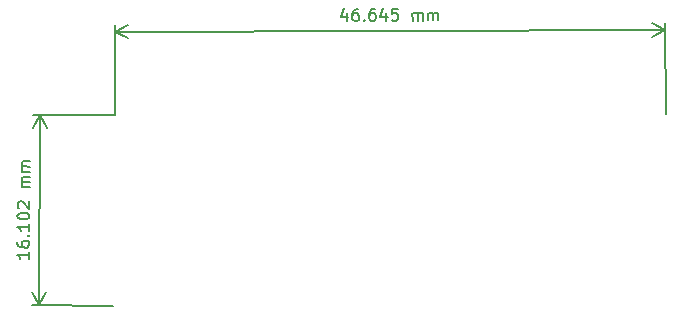
<source format=gbo>
%TF.GenerationSoftware,KiCad,Pcbnew,(5.1.8)-1*%
%TF.CreationDate,2021-01-30T22:15:32+07:00*%
%TF.ProjectId,TTL232,54544c32-3332-42e6-9b69-6361645f7063,rev?*%
%TF.SameCoordinates,Original*%
%TF.FileFunction,Legend,Bot*%
%TF.FilePolarity,Positive*%
%FSLAX46Y46*%
G04 Gerber Fmt 4.6, Leading zero omitted, Abs format (unit mm)*
G04 Created by KiCad (PCBNEW (5.1.8)-1) date 2021-01-30 22:15:32*
%MOMM*%
%LPD*%
G01*
G04 APERTURE LIST*
%ADD10C,0.150000*%
G04 APERTURE END LIST*
D10*
X114491372Y-67323851D02*
X114486385Y-67895258D01*
X114488879Y-67609554D02*
X113488917Y-67600828D01*
X113630937Y-67697309D01*
X113725341Y-67793374D01*
X113772127Y-67889024D01*
X113498890Y-66458014D02*
X113497228Y-66648483D01*
X113544014Y-66744133D01*
X113591216Y-66792166D01*
X113733236Y-66888647D01*
X113923290Y-66937926D01*
X114304227Y-66941251D01*
X114399878Y-66894465D01*
X114447910Y-66847263D01*
X114496359Y-66752444D01*
X114498021Y-66561975D01*
X114451235Y-66466325D01*
X114404033Y-66418292D01*
X114309214Y-66369844D01*
X114071128Y-66367766D01*
X113975478Y-66414552D01*
X113927445Y-66461754D01*
X113878997Y-66556573D01*
X113877335Y-66747042D01*
X113924121Y-66842692D01*
X113971322Y-66890725D01*
X114066141Y-66939173D01*
X114408188Y-65942120D02*
X114456221Y-65894918D01*
X114503423Y-65942951D01*
X114455390Y-65990153D01*
X114408188Y-65942120D01*
X114503423Y-65942951D01*
X114512149Y-64942989D02*
X114507163Y-65514396D01*
X114509656Y-65228692D02*
X113509694Y-65219966D01*
X113651715Y-65316447D01*
X113746118Y-65412513D01*
X113792904Y-65508163D01*
X113517590Y-64315238D02*
X113518421Y-64220004D01*
X113566869Y-64125185D01*
X113614902Y-64077983D01*
X113710552Y-64031197D01*
X113901436Y-63985242D01*
X114139523Y-63987320D01*
X114329576Y-64036599D01*
X114424395Y-64085048D01*
X114471597Y-64133081D01*
X114518383Y-64228731D01*
X114517552Y-64323965D01*
X114469103Y-64418784D01*
X114421071Y-64465986D01*
X114325421Y-64512772D01*
X114134536Y-64558727D01*
X113896450Y-64556649D01*
X113706396Y-64507370D01*
X113611578Y-64458921D01*
X113564376Y-64410889D01*
X113517590Y-64315238D01*
X113619057Y-63601811D02*
X113571856Y-63553778D01*
X113525070Y-63458128D01*
X113527147Y-63220042D01*
X113575596Y-63125223D01*
X113623628Y-63078021D01*
X113719278Y-63031235D01*
X113814513Y-63032066D01*
X113956949Y-63080930D01*
X114523369Y-63657324D01*
X114528771Y-63038300D01*
X114539160Y-61847869D02*
X113872519Y-61842051D01*
X113967753Y-61842882D02*
X113920552Y-61794849D01*
X113873766Y-61699199D01*
X113875012Y-61556348D01*
X113923461Y-61461529D01*
X114019111Y-61414743D01*
X114542900Y-61419314D01*
X114019111Y-61414743D02*
X113924292Y-61366294D01*
X113877506Y-61270644D01*
X113878752Y-61127793D01*
X113927200Y-61032974D01*
X114022851Y-60986188D01*
X114546640Y-60990759D01*
X114550796Y-60514586D02*
X113884154Y-60508769D01*
X113979389Y-60509600D02*
X113932187Y-60461567D01*
X113885401Y-60365917D01*
X113886648Y-60223065D01*
X113935096Y-60128246D01*
X114030746Y-60081460D01*
X114554536Y-60086031D01*
X114030746Y-60081460D02*
X113935927Y-60033012D01*
X113889141Y-59937362D01*
X113890388Y-59794510D01*
X113938836Y-59699691D01*
X114034486Y-59652905D01*
X114558275Y-59657476D01*
X115436171Y-55708745D02*
X115304091Y-71809805D01*
X121759980Y-55760620D02*
X114849770Y-55703934D01*
X121627900Y-71861680D02*
X114717690Y-71804994D01*
X115304091Y-71809805D02*
X114726931Y-70678529D01*
X115304091Y-71809805D02*
X115899733Y-70688149D01*
X115436171Y-55708745D02*
X114840529Y-56830401D01*
X115436171Y-55708745D02*
X116013331Y-56840021D01*
X141388314Y-47078221D02*
X141390641Y-47744884D01*
X141148891Y-46698102D02*
X140913290Y-47413215D01*
X141532334Y-47411054D01*
X142339526Y-46741565D02*
X142149051Y-46742230D01*
X142053979Y-46790182D01*
X142006527Y-46837966D01*
X141911788Y-46981155D01*
X141864834Y-47171796D01*
X141866164Y-47552747D01*
X141914115Y-47647818D01*
X141961900Y-47695270D01*
X142057304Y-47742557D01*
X142247779Y-47741892D01*
X142342850Y-47693941D01*
X142390303Y-47646156D01*
X142437589Y-47550752D01*
X142436758Y-47312658D01*
X142388807Y-47217587D01*
X142341022Y-47170134D01*
X142245618Y-47122848D01*
X142055143Y-47123513D01*
X141960072Y-47171464D01*
X141912619Y-47219249D01*
X141865333Y-47314653D01*
X142866490Y-47644493D02*
X142914275Y-47691946D01*
X142866823Y-47739731D01*
X142819038Y-47692278D01*
X142866490Y-47644493D01*
X142866823Y-47739731D01*
X143768089Y-46736579D02*
X143577613Y-46737244D01*
X143482542Y-46785195D01*
X143435090Y-46832980D01*
X143340351Y-46976169D01*
X143293397Y-47166810D01*
X143294727Y-47547760D01*
X143342678Y-47642831D01*
X143390463Y-47690284D01*
X143485867Y-47737570D01*
X143676342Y-47736905D01*
X143771413Y-47688954D01*
X143818865Y-47641169D01*
X143866152Y-47545765D01*
X143865321Y-47307671D01*
X143817369Y-47212600D01*
X143769584Y-47165148D01*
X143674181Y-47117861D01*
X143483706Y-47118526D01*
X143388634Y-47166477D01*
X143341182Y-47214262D01*
X143293896Y-47309666D01*
X144721627Y-47066586D02*
X144723954Y-47733248D01*
X144482204Y-46686467D02*
X144246603Y-47401579D01*
X144865647Y-47399418D01*
X145720458Y-46729764D02*
X145244270Y-46731426D01*
X145198313Y-47207780D01*
X145245766Y-47159995D01*
X145340837Y-47112044D01*
X145578931Y-47111212D01*
X145674335Y-47158499D01*
X145722120Y-47205951D01*
X145770071Y-47301023D01*
X145770902Y-47539116D01*
X145723616Y-47634520D01*
X145676163Y-47682305D01*
X145581092Y-47730256D01*
X145342998Y-47731087D01*
X145247594Y-47683801D01*
X145199809Y-47636349D01*
X146962036Y-47725436D02*
X146959709Y-47058773D01*
X146960041Y-47154011D02*
X147007494Y-47106226D01*
X147102565Y-47058275D01*
X147245421Y-47057776D01*
X147340825Y-47105062D01*
X147388776Y-47200134D01*
X147390605Y-47723940D01*
X147388776Y-47200134D02*
X147436063Y-47104730D01*
X147531134Y-47056779D01*
X147673990Y-47056280D01*
X147769394Y-47103566D01*
X147817345Y-47198638D01*
X147819174Y-47722444D01*
X148295361Y-47720782D02*
X148293034Y-47054119D01*
X148293366Y-47149357D02*
X148340819Y-47101572D01*
X148435890Y-47053620D01*
X148578747Y-47053122D01*
X148674150Y-47100408D01*
X148722101Y-47195479D01*
X148723930Y-47719286D01*
X148722101Y-47195479D02*
X148769388Y-47100076D01*
X148864459Y-47052124D01*
X149007315Y-47051626D01*
X149102719Y-47098912D01*
X149150670Y-47193983D01*
X149152499Y-47717790D01*
X121737533Y-48653361D02*
X168382093Y-48506041D01*
X121759980Y-55760620D02*
X121735681Y-48066944D01*
X168404540Y-55613300D02*
X168380241Y-47919624D01*
X168382093Y-48506041D02*
X167257447Y-49096017D01*
X168382093Y-48506041D02*
X167253743Y-47923181D01*
X121737533Y-48653361D02*
X122865883Y-49236221D01*
X121737533Y-48653361D02*
X122862179Y-48063385D01*
M02*

</source>
